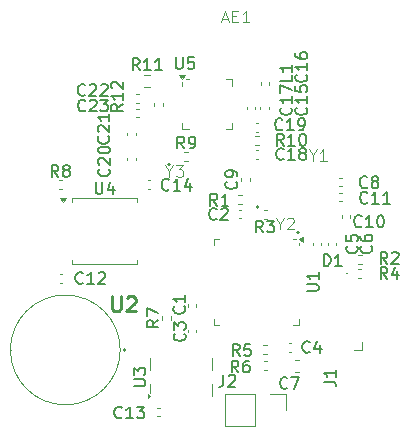
<source format=gbr>
%TF.GenerationSoftware,KiCad,Pcbnew,9.0.0*%
%TF.CreationDate,2025-04-02T00:09:28-04:00*%
%TF.ProjectId,IngestibleCapsule-Board_whole,496e6765-7374-4696-926c-654361707375,rev?*%
%TF.SameCoordinates,Original*%
%TF.FileFunction,Legend,Top*%
%TF.FilePolarity,Positive*%
%FSLAX46Y46*%
G04 Gerber Fmt 4.6, Leading zero omitted, Abs format (unit mm)*
G04 Created by KiCad (PCBNEW 9.0.0) date 2025-04-02 00:09:28*
%MOMM*%
%LPD*%
G01*
G04 APERTURE LIST*
%ADD10C,0.150000*%
%ADD11C,0.100000*%
%ADD12C,0.254000*%
%ADD13C,0.120000*%
%ADD14C,0.200000*%
G04 APERTURE END LIST*
D10*
X63354819Y-91926666D02*
X62878628Y-92259999D01*
X63354819Y-92498094D02*
X62354819Y-92498094D01*
X62354819Y-92498094D02*
X62354819Y-92117142D01*
X62354819Y-92117142D02*
X62402438Y-92021904D01*
X62402438Y-92021904D02*
X62450057Y-91974285D01*
X62450057Y-91974285D02*
X62545295Y-91926666D01*
X62545295Y-91926666D02*
X62688152Y-91926666D01*
X62688152Y-91926666D02*
X62783390Y-91974285D01*
X62783390Y-91974285D02*
X62831009Y-92021904D01*
X62831009Y-92021904D02*
X62878628Y-92117142D01*
X62878628Y-92117142D02*
X62878628Y-92498094D01*
X62354819Y-91593332D02*
X62354819Y-90926666D01*
X62354819Y-90926666D02*
X63354819Y-91355237D01*
X68866666Y-96554819D02*
X68866666Y-97269104D01*
X68866666Y-97269104D02*
X68819047Y-97411961D01*
X68819047Y-97411961D02*
X68723809Y-97507200D01*
X68723809Y-97507200D02*
X68580952Y-97554819D01*
X68580952Y-97554819D02*
X68485714Y-97554819D01*
X69295238Y-96650057D02*
X69342857Y-96602438D01*
X69342857Y-96602438D02*
X69438095Y-96554819D01*
X69438095Y-96554819D02*
X69676190Y-96554819D01*
X69676190Y-96554819D02*
X69771428Y-96602438D01*
X69771428Y-96602438D02*
X69819047Y-96650057D01*
X69819047Y-96650057D02*
X69866666Y-96745295D01*
X69866666Y-96745295D02*
X69866666Y-96840533D01*
X69866666Y-96840533D02*
X69819047Y-96983390D01*
X69819047Y-96983390D02*
X69247619Y-97554819D01*
X69247619Y-97554819D02*
X69866666Y-97554819D01*
X75859580Y-71142857D02*
X75907200Y-71190476D01*
X75907200Y-71190476D02*
X75954819Y-71333333D01*
X75954819Y-71333333D02*
X75954819Y-71428571D01*
X75954819Y-71428571D02*
X75907200Y-71571428D01*
X75907200Y-71571428D02*
X75811961Y-71666666D01*
X75811961Y-71666666D02*
X75716723Y-71714285D01*
X75716723Y-71714285D02*
X75526247Y-71761904D01*
X75526247Y-71761904D02*
X75383390Y-71761904D01*
X75383390Y-71761904D02*
X75192914Y-71714285D01*
X75192914Y-71714285D02*
X75097676Y-71666666D01*
X75097676Y-71666666D02*
X75002438Y-71571428D01*
X75002438Y-71571428D02*
X74954819Y-71428571D01*
X74954819Y-71428571D02*
X74954819Y-71333333D01*
X74954819Y-71333333D02*
X75002438Y-71190476D01*
X75002438Y-71190476D02*
X75050057Y-71142857D01*
X75954819Y-70190476D02*
X75954819Y-70761904D01*
X75954819Y-70476190D02*
X74954819Y-70476190D01*
X74954819Y-70476190D02*
X75097676Y-70571428D01*
X75097676Y-70571428D02*
X75192914Y-70666666D01*
X75192914Y-70666666D02*
X75240533Y-70761904D01*
X74954819Y-69333333D02*
X74954819Y-69523809D01*
X74954819Y-69523809D02*
X75002438Y-69619047D01*
X75002438Y-69619047D02*
X75050057Y-69666666D01*
X75050057Y-69666666D02*
X75192914Y-69761904D01*
X75192914Y-69761904D02*
X75383390Y-69809523D01*
X75383390Y-69809523D02*
X75764342Y-69809523D01*
X75764342Y-69809523D02*
X75859580Y-69761904D01*
X75859580Y-69761904D02*
X75907200Y-69714285D01*
X75907200Y-69714285D02*
X75954819Y-69619047D01*
X75954819Y-69619047D02*
X75954819Y-69428571D01*
X75954819Y-69428571D02*
X75907200Y-69333333D01*
X75907200Y-69333333D02*
X75859580Y-69285714D01*
X75859580Y-69285714D02*
X75764342Y-69238095D01*
X75764342Y-69238095D02*
X75526247Y-69238095D01*
X75526247Y-69238095D02*
X75431009Y-69285714D01*
X75431009Y-69285714D02*
X75383390Y-69333333D01*
X75383390Y-69333333D02*
X75335771Y-69428571D01*
X75335771Y-69428571D02*
X75335771Y-69619047D01*
X75335771Y-69619047D02*
X75383390Y-69714285D01*
X75383390Y-69714285D02*
X75431009Y-69761904D01*
X75431009Y-69761904D02*
X75526247Y-69809523D01*
X73957142Y-77154819D02*
X73623809Y-76678628D01*
X73385714Y-77154819D02*
X73385714Y-76154819D01*
X73385714Y-76154819D02*
X73766666Y-76154819D01*
X73766666Y-76154819D02*
X73861904Y-76202438D01*
X73861904Y-76202438D02*
X73909523Y-76250057D01*
X73909523Y-76250057D02*
X73957142Y-76345295D01*
X73957142Y-76345295D02*
X73957142Y-76488152D01*
X73957142Y-76488152D02*
X73909523Y-76583390D01*
X73909523Y-76583390D02*
X73861904Y-76631009D01*
X73861904Y-76631009D02*
X73766666Y-76678628D01*
X73766666Y-76678628D02*
X73385714Y-76678628D01*
X74909523Y-77154819D02*
X74338095Y-77154819D01*
X74623809Y-77154819D02*
X74623809Y-76154819D01*
X74623809Y-76154819D02*
X74528571Y-76297676D01*
X74528571Y-76297676D02*
X74433333Y-76392914D01*
X74433333Y-76392914D02*
X74338095Y-76440533D01*
X75528571Y-76154819D02*
X75623809Y-76154819D01*
X75623809Y-76154819D02*
X75719047Y-76202438D01*
X75719047Y-76202438D02*
X75766666Y-76250057D01*
X75766666Y-76250057D02*
X75814285Y-76345295D01*
X75814285Y-76345295D02*
X75861904Y-76535771D01*
X75861904Y-76535771D02*
X75861904Y-76773866D01*
X75861904Y-76773866D02*
X75814285Y-76964342D01*
X75814285Y-76964342D02*
X75766666Y-77059580D01*
X75766666Y-77059580D02*
X75719047Y-77107200D01*
X75719047Y-77107200D02*
X75623809Y-77154819D01*
X75623809Y-77154819D02*
X75528571Y-77154819D01*
X75528571Y-77154819D02*
X75433333Y-77107200D01*
X75433333Y-77107200D02*
X75385714Y-77059580D01*
X75385714Y-77059580D02*
X75338095Y-76964342D01*
X75338095Y-76964342D02*
X75290476Y-76773866D01*
X75290476Y-76773866D02*
X75290476Y-76535771D01*
X75290476Y-76535771D02*
X75338095Y-76345295D01*
X75338095Y-76345295D02*
X75385714Y-76250057D01*
X75385714Y-76250057D02*
X75433333Y-76202438D01*
X75433333Y-76202438D02*
X75528571Y-76154819D01*
X80557142Y-83959580D02*
X80509523Y-84007200D01*
X80509523Y-84007200D02*
X80366666Y-84054819D01*
X80366666Y-84054819D02*
X80271428Y-84054819D01*
X80271428Y-84054819D02*
X80128571Y-84007200D01*
X80128571Y-84007200D02*
X80033333Y-83911961D01*
X80033333Y-83911961D02*
X79985714Y-83816723D01*
X79985714Y-83816723D02*
X79938095Y-83626247D01*
X79938095Y-83626247D02*
X79938095Y-83483390D01*
X79938095Y-83483390D02*
X79985714Y-83292914D01*
X79985714Y-83292914D02*
X80033333Y-83197676D01*
X80033333Y-83197676D02*
X80128571Y-83102438D01*
X80128571Y-83102438D02*
X80271428Y-83054819D01*
X80271428Y-83054819D02*
X80366666Y-83054819D01*
X80366666Y-83054819D02*
X80509523Y-83102438D01*
X80509523Y-83102438D02*
X80557142Y-83150057D01*
X81509523Y-84054819D02*
X80938095Y-84054819D01*
X81223809Y-84054819D02*
X81223809Y-83054819D01*
X81223809Y-83054819D02*
X81128571Y-83197676D01*
X81128571Y-83197676D02*
X81033333Y-83292914D01*
X81033333Y-83292914D02*
X80938095Y-83340533D01*
X82128571Y-83054819D02*
X82223809Y-83054819D01*
X82223809Y-83054819D02*
X82319047Y-83102438D01*
X82319047Y-83102438D02*
X82366666Y-83150057D01*
X82366666Y-83150057D02*
X82414285Y-83245295D01*
X82414285Y-83245295D02*
X82461904Y-83435771D01*
X82461904Y-83435771D02*
X82461904Y-83673866D01*
X82461904Y-83673866D02*
X82414285Y-83864342D01*
X82414285Y-83864342D02*
X82366666Y-83959580D01*
X82366666Y-83959580D02*
X82319047Y-84007200D01*
X82319047Y-84007200D02*
X82223809Y-84054819D01*
X82223809Y-84054819D02*
X82128571Y-84054819D01*
X82128571Y-84054819D02*
X82033333Y-84007200D01*
X82033333Y-84007200D02*
X81985714Y-83959580D01*
X81985714Y-83959580D02*
X81938095Y-83864342D01*
X81938095Y-83864342D02*
X81890476Y-83673866D01*
X81890476Y-83673866D02*
X81890476Y-83435771D01*
X81890476Y-83435771D02*
X81938095Y-83245295D01*
X81938095Y-83245295D02*
X81985714Y-83150057D01*
X81985714Y-83150057D02*
X82033333Y-83102438D01*
X82033333Y-83102438D02*
X82128571Y-83054819D01*
X57165516Y-74157526D02*
X57117897Y-74205146D01*
X57117897Y-74205146D02*
X56975040Y-74252765D01*
X56975040Y-74252765D02*
X56879802Y-74252765D01*
X56879802Y-74252765D02*
X56736945Y-74205146D01*
X56736945Y-74205146D02*
X56641707Y-74109907D01*
X56641707Y-74109907D02*
X56594088Y-74014669D01*
X56594088Y-74014669D02*
X56546469Y-73824193D01*
X56546469Y-73824193D02*
X56546469Y-73681336D01*
X56546469Y-73681336D02*
X56594088Y-73490860D01*
X56594088Y-73490860D02*
X56641707Y-73395622D01*
X56641707Y-73395622D02*
X56736945Y-73300384D01*
X56736945Y-73300384D02*
X56879802Y-73252765D01*
X56879802Y-73252765D02*
X56975040Y-73252765D01*
X56975040Y-73252765D02*
X57117897Y-73300384D01*
X57117897Y-73300384D02*
X57165516Y-73348003D01*
X57546469Y-73348003D02*
X57594088Y-73300384D01*
X57594088Y-73300384D02*
X57689326Y-73252765D01*
X57689326Y-73252765D02*
X57927421Y-73252765D01*
X57927421Y-73252765D02*
X58022659Y-73300384D01*
X58022659Y-73300384D02*
X58070278Y-73348003D01*
X58070278Y-73348003D02*
X58117897Y-73443241D01*
X58117897Y-73443241D02*
X58117897Y-73538479D01*
X58117897Y-73538479D02*
X58070278Y-73681336D01*
X58070278Y-73681336D02*
X57498850Y-74252765D01*
X57498850Y-74252765D02*
X58117897Y-74252765D01*
X58451231Y-73252765D02*
X59070278Y-73252765D01*
X59070278Y-73252765D02*
X58736945Y-73633717D01*
X58736945Y-73633717D02*
X58879802Y-73633717D01*
X58879802Y-73633717D02*
X58975040Y-73681336D01*
X58975040Y-73681336D02*
X59022659Y-73728955D01*
X59022659Y-73728955D02*
X59070278Y-73824193D01*
X59070278Y-73824193D02*
X59070278Y-74062288D01*
X59070278Y-74062288D02*
X59022659Y-74157526D01*
X59022659Y-74157526D02*
X58975040Y-74205146D01*
X58975040Y-74205146D02*
X58879802Y-74252765D01*
X58879802Y-74252765D02*
X58594088Y-74252765D01*
X58594088Y-74252765D02*
X58498850Y-74205146D01*
X58498850Y-74205146D02*
X58451231Y-74157526D01*
X64838095Y-69649709D02*
X64838095Y-70459232D01*
X64838095Y-70459232D02*
X64885714Y-70554470D01*
X64885714Y-70554470D02*
X64933333Y-70602090D01*
X64933333Y-70602090D02*
X65028571Y-70649709D01*
X65028571Y-70649709D02*
X65219047Y-70649709D01*
X65219047Y-70649709D02*
X65314285Y-70602090D01*
X65314285Y-70602090D02*
X65361904Y-70554470D01*
X65361904Y-70554470D02*
X65409523Y-70459232D01*
X65409523Y-70459232D02*
X65409523Y-69649709D01*
X66361904Y-69649709D02*
X65885714Y-69649709D01*
X65885714Y-69649709D02*
X65838095Y-70125899D01*
X65838095Y-70125899D02*
X65885714Y-70078280D01*
X65885714Y-70078280D02*
X65980952Y-70030661D01*
X65980952Y-70030661D02*
X66219047Y-70030661D01*
X66219047Y-70030661D02*
X66314285Y-70078280D01*
X66314285Y-70078280D02*
X66361904Y-70125899D01*
X66361904Y-70125899D02*
X66409523Y-70221137D01*
X66409523Y-70221137D02*
X66409523Y-70459232D01*
X66409523Y-70459232D02*
X66361904Y-70554470D01*
X66361904Y-70554470D02*
X66314285Y-70602090D01*
X66314285Y-70602090D02*
X66219047Y-70649709D01*
X66219047Y-70649709D02*
X65980952Y-70649709D01*
X65980952Y-70649709D02*
X65885714Y-70602090D01*
X65885714Y-70602090D02*
X65838095Y-70554470D01*
X81033333Y-80659580D02*
X80985714Y-80707200D01*
X80985714Y-80707200D02*
X80842857Y-80754819D01*
X80842857Y-80754819D02*
X80747619Y-80754819D01*
X80747619Y-80754819D02*
X80604762Y-80707200D01*
X80604762Y-80707200D02*
X80509524Y-80611961D01*
X80509524Y-80611961D02*
X80461905Y-80516723D01*
X80461905Y-80516723D02*
X80414286Y-80326247D01*
X80414286Y-80326247D02*
X80414286Y-80183390D01*
X80414286Y-80183390D02*
X80461905Y-79992914D01*
X80461905Y-79992914D02*
X80509524Y-79897676D01*
X80509524Y-79897676D02*
X80604762Y-79802438D01*
X80604762Y-79802438D02*
X80747619Y-79754819D01*
X80747619Y-79754819D02*
X80842857Y-79754819D01*
X80842857Y-79754819D02*
X80985714Y-79802438D01*
X80985714Y-79802438D02*
X81033333Y-79850057D01*
X81604762Y-80183390D02*
X81509524Y-80135771D01*
X81509524Y-80135771D02*
X81461905Y-80088152D01*
X81461905Y-80088152D02*
X81414286Y-79992914D01*
X81414286Y-79992914D02*
X81414286Y-79945295D01*
X81414286Y-79945295D02*
X81461905Y-79850057D01*
X81461905Y-79850057D02*
X81509524Y-79802438D01*
X81509524Y-79802438D02*
X81604762Y-79754819D01*
X81604762Y-79754819D02*
X81795238Y-79754819D01*
X81795238Y-79754819D02*
X81890476Y-79802438D01*
X81890476Y-79802438D02*
X81938095Y-79850057D01*
X81938095Y-79850057D02*
X81985714Y-79945295D01*
X81985714Y-79945295D02*
X81985714Y-79992914D01*
X81985714Y-79992914D02*
X81938095Y-80088152D01*
X81938095Y-80088152D02*
X81890476Y-80135771D01*
X81890476Y-80135771D02*
X81795238Y-80183390D01*
X81795238Y-80183390D02*
X81604762Y-80183390D01*
X81604762Y-80183390D02*
X81509524Y-80231009D01*
X81509524Y-80231009D02*
X81461905Y-80278628D01*
X81461905Y-80278628D02*
X81414286Y-80373866D01*
X81414286Y-80373866D02*
X81414286Y-80564342D01*
X81414286Y-80564342D02*
X81461905Y-80659580D01*
X81461905Y-80659580D02*
X81509524Y-80707200D01*
X81509524Y-80707200D02*
X81604762Y-80754819D01*
X81604762Y-80754819D02*
X81795238Y-80754819D01*
X81795238Y-80754819D02*
X81890476Y-80707200D01*
X81890476Y-80707200D02*
X81938095Y-80659580D01*
X81938095Y-80659580D02*
X81985714Y-80564342D01*
X81985714Y-80564342D02*
X81985714Y-80373866D01*
X81985714Y-80373866D02*
X81938095Y-80278628D01*
X81938095Y-80278628D02*
X81890476Y-80231009D01*
X81890476Y-80231009D02*
X81795238Y-80183390D01*
X61254819Y-97511904D02*
X62064342Y-97511904D01*
X62064342Y-97511904D02*
X62159580Y-97464285D01*
X62159580Y-97464285D02*
X62207200Y-97416666D01*
X62207200Y-97416666D02*
X62254819Y-97321428D01*
X62254819Y-97321428D02*
X62254819Y-97130952D01*
X62254819Y-97130952D02*
X62207200Y-97035714D01*
X62207200Y-97035714D02*
X62159580Y-96988095D01*
X62159580Y-96988095D02*
X62064342Y-96940476D01*
X62064342Y-96940476D02*
X61254819Y-96940476D01*
X61254819Y-96559523D02*
X61254819Y-95940476D01*
X61254819Y-95940476D02*
X61635771Y-96273809D01*
X61635771Y-96273809D02*
X61635771Y-96130952D01*
X61635771Y-96130952D02*
X61683390Y-96035714D01*
X61683390Y-96035714D02*
X61731009Y-95988095D01*
X61731009Y-95988095D02*
X61826247Y-95940476D01*
X61826247Y-95940476D02*
X62064342Y-95940476D01*
X62064342Y-95940476D02*
X62159580Y-95988095D01*
X62159580Y-95988095D02*
X62207200Y-96035714D01*
X62207200Y-96035714D02*
X62254819Y-96130952D01*
X62254819Y-96130952D02*
X62254819Y-96416666D01*
X62254819Y-96416666D02*
X62207200Y-96511904D01*
X62207200Y-96511904D02*
X62159580Y-96559523D01*
X70133333Y-96354819D02*
X69800000Y-95878628D01*
X69561905Y-96354819D02*
X69561905Y-95354819D01*
X69561905Y-95354819D02*
X69942857Y-95354819D01*
X69942857Y-95354819D02*
X70038095Y-95402438D01*
X70038095Y-95402438D02*
X70085714Y-95450057D01*
X70085714Y-95450057D02*
X70133333Y-95545295D01*
X70133333Y-95545295D02*
X70133333Y-95688152D01*
X70133333Y-95688152D02*
X70085714Y-95783390D01*
X70085714Y-95783390D02*
X70038095Y-95831009D01*
X70038095Y-95831009D02*
X69942857Y-95878628D01*
X69942857Y-95878628D02*
X69561905Y-95878628D01*
X70990476Y-95354819D02*
X70800000Y-95354819D01*
X70800000Y-95354819D02*
X70704762Y-95402438D01*
X70704762Y-95402438D02*
X70657143Y-95450057D01*
X70657143Y-95450057D02*
X70561905Y-95592914D01*
X70561905Y-95592914D02*
X70514286Y-95783390D01*
X70514286Y-95783390D02*
X70514286Y-96164342D01*
X70514286Y-96164342D02*
X70561905Y-96259580D01*
X70561905Y-96259580D02*
X70609524Y-96307200D01*
X70609524Y-96307200D02*
X70704762Y-96354819D01*
X70704762Y-96354819D02*
X70895238Y-96354819D01*
X70895238Y-96354819D02*
X70990476Y-96307200D01*
X70990476Y-96307200D02*
X71038095Y-96259580D01*
X71038095Y-96259580D02*
X71085714Y-96164342D01*
X71085714Y-96164342D02*
X71085714Y-95926247D01*
X71085714Y-95926247D02*
X71038095Y-95831009D01*
X71038095Y-95831009D02*
X70990476Y-95783390D01*
X70990476Y-95783390D02*
X70895238Y-95735771D01*
X70895238Y-95735771D02*
X70704762Y-95735771D01*
X70704762Y-95735771D02*
X70609524Y-95783390D01*
X70609524Y-95783390D02*
X70561905Y-95831009D01*
X70561905Y-95831009D02*
X70514286Y-95926247D01*
X65526003Y-90766755D02*
X65573623Y-90814374D01*
X65573623Y-90814374D02*
X65621242Y-90957231D01*
X65621242Y-90957231D02*
X65621242Y-91052469D01*
X65621242Y-91052469D02*
X65573623Y-91195326D01*
X65573623Y-91195326D02*
X65478384Y-91290564D01*
X65478384Y-91290564D02*
X65383146Y-91338183D01*
X65383146Y-91338183D02*
X65192670Y-91385802D01*
X65192670Y-91385802D02*
X65049813Y-91385802D01*
X65049813Y-91385802D02*
X64859337Y-91338183D01*
X64859337Y-91338183D02*
X64764099Y-91290564D01*
X64764099Y-91290564D02*
X64668861Y-91195326D01*
X64668861Y-91195326D02*
X64621242Y-91052469D01*
X64621242Y-91052469D02*
X64621242Y-90957231D01*
X64621242Y-90957231D02*
X64668861Y-90814374D01*
X64668861Y-90814374D02*
X64716480Y-90766755D01*
X65621242Y-89814374D02*
X65621242Y-90385802D01*
X65621242Y-90100088D02*
X64621242Y-90100088D01*
X64621242Y-90100088D02*
X64764099Y-90195326D01*
X64764099Y-90195326D02*
X64859337Y-90290564D01*
X64859337Y-90290564D02*
X64906956Y-90385802D01*
X76170833Y-94609580D02*
X76123214Y-94657200D01*
X76123214Y-94657200D02*
X75980357Y-94704819D01*
X75980357Y-94704819D02*
X75885119Y-94704819D01*
X75885119Y-94704819D02*
X75742262Y-94657200D01*
X75742262Y-94657200D02*
X75647024Y-94561961D01*
X75647024Y-94561961D02*
X75599405Y-94466723D01*
X75599405Y-94466723D02*
X75551786Y-94276247D01*
X75551786Y-94276247D02*
X75551786Y-94133390D01*
X75551786Y-94133390D02*
X75599405Y-93942914D01*
X75599405Y-93942914D02*
X75647024Y-93847676D01*
X75647024Y-93847676D02*
X75742262Y-93752438D01*
X75742262Y-93752438D02*
X75885119Y-93704819D01*
X75885119Y-93704819D02*
X75980357Y-93704819D01*
X75980357Y-93704819D02*
X76123214Y-93752438D01*
X76123214Y-93752438D02*
X76170833Y-93800057D01*
X77027976Y-94038152D02*
X77027976Y-94704819D01*
X76789881Y-93657200D02*
X76551786Y-94371485D01*
X76551786Y-94371485D02*
X77170833Y-94371485D01*
X80159580Y-85646666D02*
X80207200Y-85694285D01*
X80207200Y-85694285D02*
X80254819Y-85837142D01*
X80254819Y-85837142D02*
X80254819Y-85932380D01*
X80254819Y-85932380D02*
X80207200Y-86075237D01*
X80207200Y-86075237D02*
X80111961Y-86170475D01*
X80111961Y-86170475D02*
X80016723Y-86218094D01*
X80016723Y-86218094D02*
X79826247Y-86265713D01*
X79826247Y-86265713D02*
X79683390Y-86265713D01*
X79683390Y-86265713D02*
X79492914Y-86218094D01*
X79492914Y-86218094D02*
X79397676Y-86170475D01*
X79397676Y-86170475D02*
X79302438Y-86075237D01*
X79302438Y-86075237D02*
X79254819Y-85932380D01*
X79254819Y-85932380D02*
X79254819Y-85837142D01*
X79254819Y-85837142D02*
X79302438Y-85694285D01*
X79302438Y-85694285D02*
X79350057Y-85646666D01*
X79254819Y-84741904D02*
X79254819Y-85218094D01*
X79254819Y-85218094D02*
X79731009Y-85265713D01*
X79731009Y-85265713D02*
X79683390Y-85218094D01*
X79683390Y-85218094D02*
X79635771Y-85122856D01*
X79635771Y-85122856D02*
X79635771Y-84884761D01*
X79635771Y-84884761D02*
X79683390Y-84789523D01*
X79683390Y-84789523D02*
X79731009Y-84741904D01*
X79731009Y-84741904D02*
X79826247Y-84694285D01*
X79826247Y-84694285D02*
X80064342Y-84694285D01*
X80064342Y-84694285D02*
X80159580Y-84741904D01*
X80159580Y-84741904D02*
X80207200Y-84789523D01*
X80207200Y-84789523D02*
X80254819Y-84884761D01*
X80254819Y-84884761D02*
X80254819Y-85122856D01*
X80254819Y-85122856D02*
X80207200Y-85218094D01*
X80207200Y-85218094D02*
X80159580Y-85265713D01*
X81057142Y-81959580D02*
X81009523Y-82007200D01*
X81009523Y-82007200D02*
X80866666Y-82054819D01*
X80866666Y-82054819D02*
X80771428Y-82054819D01*
X80771428Y-82054819D02*
X80628571Y-82007200D01*
X80628571Y-82007200D02*
X80533333Y-81911961D01*
X80533333Y-81911961D02*
X80485714Y-81816723D01*
X80485714Y-81816723D02*
X80438095Y-81626247D01*
X80438095Y-81626247D02*
X80438095Y-81483390D01*
X80438095Y-81483390D02*
X80485714Y-81292914D01*
X80485714Y-81292914D02*
X80533333Y-81197676D01*
X80533333Y-81197676D02*
X80628571Y-81102438D01*
X80628571Y-81102438D02*
X80771428Y-81054819D01*
X80771428Y-81054819D02*
X80866666Y-81054819D01*
X80866666Y-81054819D02*
X81009523Y-81102438D01*
X81009523Y-81102438D02*
X81057142Y-81150057D01*
X82009523Y-82054819D02*
X81438095Y-82054819D01*
X81723809Y-82054819D02*
X81723809Y-81054819D01*
X81723809Y-81054819D02*
X81628571Y-81197676D01*
X81628571Y-81197676D02*
X81533333Y-81292914D01*
X81533333Y-81292914D02*
X81438095Y-81340533D01*
X82961904Y-82054819D02*
X82390476Y-82054819D01*
X82676190Y-82054819D02*
X82676190Y-81054819D01*
X82676190Y-81054819D02*
X82580952Y-81197676D01*
X82580952Y-81197676D02*
X82485714Y-81292914D01*
X82485714Y-81292914D02*
X82390476Y-81340533D01*
X73857142Y-75759580D02*
X73809523Y-75807200D01*
X73809523Y-75807200D02*
X73666666Y-75854819D01*
X73666666Y-75854819D02*
X73571428Y-75854819D01*
X73571428Y-75854819D02*
X73428571Y-75807200D01*
X73428571Y-75807200D02*
X73333333Y-75711961D01*
X73333333Y-75711961D02*
X73285714Y-75616723D01*
X73285714Y-75616723D02*
X73238095Y-75426247D01*
X73238095Y-75426247D02*
X73238095Y-75283390D01*
X73238095Y-75283390D02*
X73285714Y-75092914D01*
X73285714Y-75092914D02*
X73333333Y-74997676D01*
X73333333Y-74997676D02*
X73428571Y-74902438D01*
X73428571Y-74902438D02*
X73571428Y-74854819D01*
X73571428Y-74854819D02*
X73666666Y-74854819D01*
X73666666Y-74854819D02*
X73809523Y-74902438D01*
X73809523Y-74902438D02*
X73857142Y-74950057D01*
X74809523Y-75854819D02*
X74238095Y-75854819D01*
X74523809Y-75854819D02*
X74523809Y-74854819D01*
X74523809Y-74854819D02*
X74428571Y-74997676D01*
X74428571Y-74997676D02*
X74333333Y-75092914D01*
X74333333Y-75092914D02*
X74238095Y-75140533D01*
X75285714Y-75854819D02*
X75476190Y-75854819D01*
X75476190Y-75854819D02*
X75571428Y-75807200D01*
X75571428Y-75807200D02*
X75619047Y-75759580D01*
X75619047Y-75759580D02*
X75714285Y-75616723D01*
X75714285Y-75616723D02*
X75761904Y-75426247D01*
X75761904Y-75426247D02*
X75761904Y-75045295D01*
X75761904Y-75045295D02*
X75714285Y-74950057D01*
X75714285Y-74950057D02*
X75666666Y-74902438D01*
X75666666Y-74902438D02*
X75571428Y-74854819D01*
X75571428Y-74854819D02*
X75380952Y-74854819D01*
X75380952Y-74854819D02*
X75285714Y-74902438D01*
X75285714Y-74902438D02*
X75238095Y-74950057D01*
X75238095Y-74950057D02*
X75190476Y-75045295D01*
X75190476Y-75045295D02*
X75190476Y-75283390D01*
X75190476Y-75283390D02*
X75238095Y-75378628D01*
X75238095Y-75378628D02*
X75285714Y-75426247D01*
X75285714Y-75426247D02*
X75380952Y-75473866D01*
X75380952Y-75473866D02*
X75571428Y-75473866D01*
X75571428Y-75473866D02*
X75666666Y-75426247D01*
X75666666Y-75426247D02*
X75714285Y-75378628D01*
X75714285Y-75378628D02*
X75761904Y-75283390D01*
D11*
X73647452Y-83766419D02*
X73647452Y-84242610D01*
X73314119Y-83242610D02*
X73647452Y-83766419D01*
X73647452Y-83766419D02*
X73980785Y-83242610D01*
X74266500Y-83337848D02*
X74314119Y-83290229D01*
X74314119Y-83290229D02*
X74409357Y-83242610D01*
X74409357Y-83242610D02*
X74647452Y-83242610D01*
X74647452Y-83242610D02*
X74742690Y-83290229D01*
X74742690Y-83290229D02*
X74790309Y-83337848D01*
X74790309Y-83337848D02*
X74837928Y-83433086D01*
X74837928Y-83433086D02*
X74837928Y-83528324D01*
X74837928Y-83528324D02*
X74790309Y-83671181D01*
X74790309Y-83671181D02*
X74218881Y-84242610D01*
X74218881Y-84242610D02*
X74837928Y-84242610D01*
D10*
X60354819Y-73642857D02*
X59878628Y-73976190D01*
X60354819Y-74214285D02*
X59354819Y-74214285D01*
X59354819Y-74214285D02*
X59354819Y-73833333D01*
X59354819Y-73833333D02*
X59402438Y-73738095D01*
X59402438Y-73738095D02*
X59450057Y-73690476D01*
X59450057Y-73690476D02*
X59545295Y-73642857D01*
X59545295Y-73642857D02*
X59688152Y-73642857D01*
X59688152Y-73642857D02*
X59783390Y-73690476D01*
X59783390Y-73690476D02*
X59831009Y-73738095D01*
X59831009Y-73738095D02*
X59878628Y-73833333D01*
X59878628Y-73833333D02*
X59878628Y-74214285D01*
X60354819Y-72690476D02*
X60354819Y-73261904D01*
X60354819Y-72976190D02*
X59354819Y-72976190D01*
X59354819Y-72976190D02*
X59497676Y-73071428D01*
X59497676Y-73071428D02*
X59592914Y-73166666D01*
X59592914Y-73166666D02*
X59640533Y-73261904D01*
X59450057Y-72309523D02*
X59402438Y-72261904D01*
X59402438Y-72261904D02*
X59354819Y-72166666D01*
X59354819Y-72166666D02*
X59354819Y-71928571D01*
X59354819Y-71928571D02*
X59402438Y-71833333D01*
X59402438Y-71833333D02*
X59450057Y-71785714D01*
X59450057Y-71785714D02*
X59545295Y-71738095D01*
X59545295Y-71738095D02*
X59640533Y-71738095D01*
X59640533Y-71738095D02*
X59783390Y-71785714D01*
X59783390Y-71785714D02*
X60354819Y-72357142D01*
X60354819Y-72357142D02*
X60354819Y-71738095D01*
X54893333Y-79792542D02*
X54560000Y-79316351D01*
X54321905Y-79792542D02*
X54321905Y-78792542D01*
X54321905Y-78792542D02*
X54702857Y-78792542D01*
X54702857Y-78792542D02*
X54798095Y-78840161D01*
X54798095Y-78840161D02*
X54845714Y-78887780D01*
X54845714Y-78887780D02*
X54893333Y-78983018D01*
X54893333Y-78983018D02*
X54893333Y-79125875D01*
X54893333Y-79125875D02*
X54845714Y-79221113D01*
X54845714Y-79221113D02*
X54798095Y-79268732D01*
X54798095Y-79268732D02*
X54702857Y-79316351D01*
X54702857Y-79316351D02*
X54321905Y-79316351D01*
X55464762Y-79221113D02*
X55369524Y-79173494D01*
X55369524Y-79173494D02*
X55321905Y-79125875D01*
X55321905Y-79125875D02*
X55274286Y-79030637D01*
X55274286Y-79030637D02*
X55274286Y-78983018D01*
X55274286Y-78983018D02*
X55321905Y-78887780D01*
X55321905Y-78887780D02*
X55369524Y-78840161D01*
X55369524Y-78840161D02*
X55464762Y-78792542D01*
X55464762Y-78792542D02*
X55655238Y-78792542D01*
X55655238Y-78792542D02*
X55750476Y-78840161D01*
X55750476Y-78840161D02*
X55798095Y-78887780D01*
X55798095Y-78887780D02*
X55845714Y-78983018D01*
X55845714Y-78983018D02*
X55845714Y-79030637D01*
X55845714Y-79030637D02*
X55798095Y-79125875D01*
X55798095Y-79125875D02*
X55750476Y-79173494D01*
X55750476Y-79173494D02*
X55655238Y-79221113D01*
X55655238Y-79221113D02*
X55464762Y-79221113D01*
X55464762Y-79221113D02*
X55369524Y-79268732D01*
X55369524Y-79268732D02*
X55321905Y-79316351D01*
X55321905Y-79316351D02*
X55274286Y-79411589D01*
X55274286Y-79411589D02*
X55274286Y-79602065D01*
X55274286Y-79602065D02*
X55321905Y-79697303D01*
X55321905Y-79697303D02*
X55369524Y-79744923D01*
X55369524Y-79744923D02*
X55464762Y-79792542D01*
X55464762Y-79792542D02*
X55655238Y-79792542D01*
X55655238Y-79792542D02*
X55750476Y-79744923D01*
X55750476Y-79744923D02*
X55798095Y-79697303D01*
X55798095Y-79697303D02*
X55845714Y-79602065D01*
X55845714Y-79602065D02*
X55845714Y-79411589D01*
X55845714Y-79411589D02*
X55798095Y-79316351D01*
X55798095Y-79316351D02*
X55750476Y-79268732D01*
X55750476Y-79268732D02*
X55655238Y-79221113D01*
X74270833Y-97659580D02*
X74223214Y-97707200D01*
X74223214Y-97707200D02*
X74080357Y-97754819D01*
X74080357Y-97754819D02*
X73985119Y-97754819D01*
X73985119Y-97754819D02*
X73842262Y-97707200D01*
X73842262Y-97707200D02*
X73747024Y-97611961D01*
X73747024Y-97611961D02*
X73699405Y-97516723D01*
X73699405Y-97516723D02*
X73651786Y-97326247D01*
X73651786Y-97326247D02*
X73651786Y-97183390D01*
X73651786Y-97183390D02*
X73699405Y-96992914D01*
X73699405Y-96992914D02*
X73747024Y-96897676D01*
X73747024Y-96897676D02*
X73842262Y-96802438D01*
X73842262Y-96802438D02*
X73985119Y-96754819D01*
X73985119Y-96754819D02*
X74080357Y-96754819D01*
X74080357Y-96754819D02*
X74223214Y-96802438D01*
X74223214Y-96802438D02*
X74270833Y-96850057D01*
X74604167Y-96754819D02*
X75270833Y-96754819D01*
X75270833Y-96754819D02*
X74842262Y-97754819D01*
D11*
X64285582Y-79314486D02*
X64285582Y-79790677D01*
X63952249Y-78790677D02*
X64285582Y-79314486D01*
X64285582Y-79314486D02*
X64618915Y-78790677D01*
X64857011Y-78790677D02*
X65476058Y-78790677D01*
X65476058Y-78790677D02*
X65142725Y-79171629D01*
X65142725Y-79171629D02*
X65285582Y-79171629D01*
X65285582Y-79171629D02*
X65380820Y-79219248D01*
X65380820Y-79219248D02*
X65428439Y-79266867D01*
X65428439Y-79266867D02*
X65476058Y-79362105D01*
X65476058Y-79362105D02*
X65476058Y-79600200D01*
X65476058Y-79600200D02*
X65428439Y-79695438D01*
X65428439Y-79695438D02*
X65380820Y-79743058D01*
X65380820Y-79743058D02*
X65285582Y-79790677D01*
X65285582Y-79790677D02*
X64999868Y-79790677D01*
X64999868Y-79790677D02*
X64904630Y-79743058D01*
X64904630Y-79743058D02*
X64857011Y-79695438D01*
D10*
X59119580Y-76362857D02*
X59167200Y-76410476D01*
X59167200Y-76410476D02*
X59214819Y-76553333D01*
X59214819Y-76553333D02*
X59214819Y-76648571D01*
X59214819Y-76648571D02*
X59167200Y-76791428D01*
X59167200Y-76791428D02*
X59071961Y-76886666D01*
X59071961Y-76886666D02*
X58976723Y-76934285D01*
X58976723Y-76934285D02*
X58786247Y-76981904D01*
X58786247Y-76981904D02*
X58643390Y-76981904D01*
X58643390Y-76981904D02*
X58452914Y-76934285D01*
X58452914Y-76934285D02*
X58357676Y-76886666D01*
X58357676Y-76886666D02*
X58262438Y-76791428D01*
X58262438Y-76791428D02*
X58214819Y-76648571D01*
X58214819Y-76648571D02*
X58214819Y-76553333D01*
X58214819Y-76553333D02*
X58262438Y-76410476D01*
X58262438Y-76410476D02*
X58310057Y-76362857D01*
X58310057Y-75981904D02*
X58262438Y-75934285D01*
X58262438Y-75934285D02*
X58214819Y-75839047D01*
X58214819Y-75839047D02*
X58214819Y-75600952D01*
X58214819Y-75600952D02*
X58262438Y-75505714D01*
X58262438Y-75505714D02*
X58310057Y-75458095D01*
X58310057Y-75458095D02*
X58405295Y-75410476D01*
X58405295Y-75410476D02*
X58500533Y-75410476D01*
X58500533Y-75410476D02*
X58643390Y-75458095D01*
X58643390Y-75458095D02*
X59214819Y-76029523D01*
X59214819Y-76029523D02*
X59214819Y-75410476D01*
X59214819Y-74458095D02*
X59214819Y-75029523D01*
X59214819Y-74743809D02*
X58214819Y-74743809D01*
X58214819Y-74743809D02*
X58357676Y-74839047D01*
X58357676Y-74839047D02*
X58452914Y-74934285D01*
X58452914Y-74934285D02*
X58500533Y-75029523D01*
X75922319Y-89461904D02*
X76731842Y-89461904D01*
X76731842Y-89461904D02*
X76827080Y-89414285D01*
X76827080Y-89414285D02*
X76874700Y-89366666D01*
X76874700Y-89366666D02*
X76922319Y-89271428D01*
X76922319Y-89271428D02*
X76922319Y-89080952D01*
X76922319Y-89080952D02*
X76874700Y-88985714D01*
X76874700Y-88985714D02*
X76827080Y-88938095D01*
X76827080Y-88938095D02*
X76731842Y-88890476D01*
X76731842Y-88890476D02*
X75922319Y-88890476D01*
X76922319Y-87890476D02*
X76922319Y-88461904D01*
X76922319Y-88176190D02*
X75922319Y-88176190D01*
X75922319Y-88176190D02*
X76065176Y-88271428D01*
X76065176Y-88271428D02*
X76160414Y-88366666D01*
X76160414Y-88366666D02*
X76208033Y-88461904D01*
X75859580Y-73942857D02*
X75907200Y-73990476D01*
X75907200Y-73990476D02*
X75954819Y-74133333D01*
X75954819Y-74133333D02*
X75954819Y-74228571D01*
X75954819Y-74228571D02*
X75907200Y-74371428D01*
X75907200Y-74371428D02*
X75811961Y-74466666D01*
X75811961Y-74466666D02*
X75716723Y-74514285D01*
X75716723Y-74514285D02*
X75526247Y-74561904D01*
X75526247Y-74561904D02*
X75383390Y-74561904D01*
X75383390Y-74561904D02*
X75192914Y-74514285D01*
X75192914Y-74514285D02*
X75097676Y-74466666D01*
X75097676Y-74466666D02*
X75002438Y-74371428D01*
X75002438Y-74371428D02*
X74954819Y-74228571D01*
X74954819Y-74228571D02*
X74954819Y-74133333D01*
X74954819Y-74133333D02*
X75002438Y-73990476D01*
X75002438Y-73990476D02*
X75050057Y-73942857D01*
X75954819Y-72990476D02*
X75954819Y-73561904D01*
X75954819Y-73276190D02*
X74954819Y-73276190D01*
X74954819Y-73276190D02*
X75097676Y-73371428D01*
X75097676Y-73371428D02*
X75192914Y-73466666D01*
X75192914Y-73466666D02*
X75240533Y-73561904D01*
X74954819Y-72085714D02*
X74954819Y-72561904D01*
X74954819Y-72561904D02*
X75431009Y-72609523D01*
X75431009Y-72609523D02*
X75383390Y-72561904D01*
X75383390Y-72561904D02*
X75335771Y-72466666D01*
X75335771Y-72466666D02*
X75335771Y-72228571D01*
X75335771Y-72228571D02*
X75383390Y-72133333D01*
X75383390Y-72133333D02*
X75431009Y-72085714D01*
X75431009Y-72085714D02*
X75526247Y-72038095D01*
X75526247Y-72038095D02*
X75764342Y-72038095D01*
X75764342Y-72038095D02*
X75859580Y-72085714D01*
X75859580Y-72085714D02*
X75907200Y-72133333D01*
X75907200Y-72133333D02*
X75954819Y-72228571D01*
X75954819Y-72228571D02*
X75954819Y-72466666D01*
X75954819Y-72466666D02*
X75907200Y-72561904D01*
X75907200Y-72561904D02*
X75859580Y-72609523D01*
X69937080Y-80196666D02*
X69984700Y-80244285D01*
X69984700Y-80244285D02*
X70032319Y-80387142D01*
X70032319Y-80387142D02*
X70032319Y-80482380D01*
X70032319Y-80482380D02*
X69984700Y-80625237D01*
X69984700Y-80625237D02*
X69889461Y-80720475D01*
X69889461Y-80720475D02*
X69794223Y-80768094D01*
X69794223Y-80768094D02*
X69603747Y-80815713D01*
X69603747Y-80815713D02*
X69460890Y-80815713D01*
X69460890Y-80815713D02*
X69270414Y-80768094D01*
X69270414Y-80768094D02*
X69175176Y-80720475D01*
X69175176Y-80720475D02*
X69079938Y-80625237D01*
X69079938Y-80625237D02*
X69032319Y-80482380D01*
X69032319Y-80482380D02*
X69032319Y-80387142D01*
X69032319Y-80387142D02*
X69079938Y-80244285D01*
X69079938Y-80244285D02*
X69127557Y-80196666D01*
X70032319Y-79720475D02*
X70032319Y-79529999D01*
X70032319Y-79529999D02*
X69984700Y-79434761D01*
X69984700Y-79434761D02*
X69937080Y-79387142D01*
X69937080Y-79387142D02*
X69794223Y-79291904D01*
X69794223Y-79291904D02*
X69603747Y-79244285D01*
X69603747Y-79244285D02*
X69222795Y-79244285D01*
X69222795Y-79244285D02*
X69127557Y-79291904D01*
X69127557Y-79291904D02*
X69079938Y-79339523D01*
X69079938Y-79339523D02*
X69032319Y-79434761D01*
X69032319Y-79434761D02*
X69032319Y-79625237D01*
X69032319Y-79625237D02*
X69079938Y-79720475D01*
X69079938Y-79720475D02*
X69127557Y-79768094D01*
X69127557Y-79768094D02*
X69222795Y-79815713D01*
X69222795Y-79815713D02*
X69460890Y-79815713D01*
X69460890Y-79815713D02*
X69556128Y-79768094D01*
X69556128Y-79768094D02*
X69603747Y-79720475D01*
X69603747Y-79720475D02*
X69651366Y-79625237D01*
X69651366Y-79625237D02*
X69651366Y-79434761D01*
X69651366Y-79434761D02*
X69603747Y-79339523D01*
X69603747Y-79339523D02*
X69556128Y-79291904D01*
X69556128Y-79291904D02*
X69460890Y-79244285D01*
D11*
X68722361Y-66433326D02*
X69198551Y-66433326D01*
X68627123Y-66719041D02*
X68960456Y-65719041D01*
X68960456Y-65719041D02*
X69293789Y-66719041D01*
X69627123Y-66195231D02*
X69960456Y-66195231D01*
X70103313Y-66719041D02*
X69627123Y-66719041D01*
X69627123Y-66719041D02*
X69627123Y-65719041D01*
X69627123Y-65719041D02*
X70103313Y-65719041D01*
X71055694Y-66719041D02*
X70484266Y-66719041D01*
X70769980Y-66719041D02*
X70769980Y-65719041D01*
X70769980Y-65719041D02*
X70674742Y-65861898D01*
X70674742Y-65861898D02*
X70579504Y-65957136D01*
X70579504Y-65957136D02*
X70484266Y-66004755D01*
D10*
X74654819Y-71166666D02*
X74654819Y-71642856D01*
X74654819Y-71642856D02*
X73654819Y-71642856D01*
X74654819Y-70309523D02*
X74654819Y-70880951D01*
X74654819Y-70595237D02*
X73654819Y-70595237D01*
X73654819Y-70595237D02*
X73797676Y-70690475D01*
X73797676Y-70690475D02*
X73892914Y-70785713D01*
X73892914Y-70785713D02*
X73940533Y-70880951D01*
X72213651Y-84494181D02*
X71880318Y-84017990D01*
X71642223Y-84494181D02*
X71642223Y-83494181D01*
X71642223Y-83494181D02*
X72023175Y-83494181D01*
X72023175Y-83494181D02*
X72118413Y-83541800D01*
X72118413Y-83541800D02*
X72166032Y-83589419D01*
X72166032Y-83589419D02*
X72213651Y-83684657D01*
X72213651Y-83684657D02*
X72213651Y-83827514D01*
X72213651Y-83827514D02*
X72166032Y-83922752D01*
X72166032Y-83922752D02*
X72118413Y-83970371D01*
X72118413Y-83970371D02*
X72023175Y-84017990D01*
X72023175Y-84017990D02*
X71642223Y-84017990D01*
X72546985Y-83494181D02*
X73166032Y-83494181D01*
X73166032Y-83494181D02*
X72832699Y-83875133D01*
X72832699Y-83875133D02*
X72975556Y-83875133D01*
X72975556Y-83875133D02*
X73070794Y-83922752D01*
X73070794Y-83922752D02*
X73118413Y-83970371D01*
X73118413Y-83970371D02*
X73166032Y-84065609D01*
X73166032Y-84065609D02*
X73166032Y-84303704D01*
X73166032Y-84303704D02*
X73118413Y-84398942D01*
X73118413Y-84398942D02*
X73070794Y-84446562D01*
X73070794Y-84446562D02*
X72975556Y-84494181D01*
X72975556Y-84494181D02*
X72689842Y-84494181D01*
X72689842Y-84494181D02*
X72594604Y-84446562D01*
X72594604Y-84446562D02*
X72546985Y-84398942D01*
X59159580Y-79142857D02*
X59207200Y-79190476D01*
X59207200Y-79190476D02*
X59254819Y-79333333D01*
X59254819Y-79333333D02*
X59254819Y-79428571D01*
X59254819Y-79428571D02*
X59207200Y-79571428D01*
X59207200Y-79571428D02*
X59111961Y-79666666D01*
X59111961Y-79666666D02*
X59016723Y-79714285D01*
X59016723Y-79714285D02*
X58826247Y-79761904D01*
X58826247Y-79761904D02*
X58683390Y-79761904D01*
X58683390Y-79761904D02*
X58492914Y-79714285D01*
X58492914Y-79714285D02*
X58397676Y-79666666D01*
X58397676Y-79666666D02*
X58302438Y-79571428D01*
X58302438Y-79571428D02*
X58254819Y-79428571D01*
X58254819Y-79428571D02*
X58254819Y-79333333D01*
X58254819Y-79333333D02*
X58302438Y-79190476D01*
X58302438Y-79190476D02*
X58350057Y-79142857D01*
X58350057Y-78761904D02*
X58302438Y-78714285D01*
X58302438Y-78714285D02*
X58254819Y-78619047D01*
X58254819Y-78619047D02*
X58254819Y-78380952D01*
X58254819Y-78380952D02*
X58302438Y-78285714D01*
X58302438Y-78285714D02*
X58350057Y-78238095D01*
X58350057Y-78238095D02*
X58445295Y-78190476D01*
X58445295Y-78190476D02*
X58540533Y-78190476D01*
X58540533Y-78190476D02*
X58683390Y-78238095D01*
X58683390Y-78238095D02*
X59254819Y-78809523D01*
X59254819Y-78809523D02*
X59254819Y-78190476D01*
X58254819Y-77571428D02*
X58254819Y-77476190D01*
X58254819Y-77476190D02*
X58302438Y-77380952D01*
X58302438Y-77380952D02*
X58350057Y-77333333D01*
X58350057Y-77333333D02*
X58445295Y-77285714D01*
X58445295Y-77285714D02*
X58635771Y-77238095D01*
X58635771Y-77238095D02*
X58873866Y-77238095D01*
X58873866Y-77238095D02*
X59064342Y-77285714D01*
X59064342Y-77285714D02*
X59159580Y-77333333D01*
X59159580Y-77333333D02*
X59207200Y-77380952D01*
X59207200Y-77380952D02*
X59254819Y-77476190D01*
X59254819Y-77476190D02*
X59254819Y-77571428D01*
X59254819Y-77571428D02*
X59207200Y-77666666D01*
X59207200Y-77666666D02*
X59159580Y-77714285D01*
X59159580Y-77714285D02*
X59064342Y-77761904D01*
X59064342Y-77761904D02*
X58873866Y-77809523D01*
X58873866Y-77809523D02*
X58635771Y-77809523D01*
X58635771Y-77809523D02*
X58445295Y-77761904D01*
X58445295Y-77761904D02*
X58350057Y-77714285D01*
X58350057Y-77714285D02*
X58302438Y-77666666D01*
X58302438Y-77666666D02*
X58254819Y-77571428D01*
X82733333Y-88454819D02*
X82400000Y-87978628D01*
X82161905Y-88454819D02*
X82161905Y-87454819D01*
X82161905Y-87454819D02*
X82542857Y-87454819D01*
X82542857Y-87454819D02*
X82638095Y-87502438D01*
X82638095Y-87502438D02*
X82685714Y-87550057D01*
X82685714Y-87550057D02*
X82733333Y-87645295D01*
X82733333Y-87645295D02*
X82733333Y-87788152D01*
X82733333Y-87788152D02*
X82685714Y-87883390D01*
X82685714Y-87883390D02*
X82638095Y-87931009D01*
X82638095Y-87931009D02*
X82542857Y-87978628D01*
X82542857Y-87978628D02*
X82161905Y-87978628D01*
X83590476Y-87788152D02*
X83590476Y-88454819D01*
X83352381Y-87407200D02*
X83114286Y-88121485D01*
X83114286Y-88121485D02*
X83733333Y-88121485D01*
X61757142Y-70769209D02*
X61423809Y-70293018D01*
X61185714Y-70769209D02*
X61185714Y-69769209D01*
X61185714Y-69769209D02*
X61566666Y-69769209D01*
X61566666Y-69769209D02*
X61661904Y-69816828D01*
X61661904Y-69816828D02*
X61709523Y-69864447D01*
X61709523Y-69864447D02*
X61757142Y-69959685D01*
X61757142Y-69959685D02*
X61757142Y-70102542D01*
X61757142Y-70102542D02*
X61709523Y-70197780D01*
X61709523Y-70197780D02*
X61661904Y-70245399D01*
X61661904Y-70245399D02*
X61566666Y-70293018D01*
X61566666Y-70293018D02*
X61185714Y-70293018D01*
X62709523Y-70769209D02*
X62138095Y-70769209D01*
X62423809Y-70769209D02*
X62423809Y-69769209D01*
X62423809Y-69769209D02*
X62328571Y-69912066D01*
X62328571Y-69912066D02*
X62233333Y-70007304D01*
X62233333Y-70007304D02*
X62138095Y-70054923D01*
X63661904Y-70769209D02*
X63090476Y-70769209D01*
X63376190Y-70769209D02*
X63376190Y-69769209D01*
X63376190Y-69769209D02*
X63280952Y-69912066D01*
X63280952Y-69912066D02*
X63185714Y-70007304D01*
X63185714Y-70007304D02*
X63090476Y-70054923D01*
D12*
X59432380Y-89904318D02*
X59432380Y-90932413D01*
X59432380Y-90932413D02*
X59492857Y-91053365D01*
X59492857Y-91053365D02*
X59553333Y-91113842D01*
X59553333Y-91113842D02*
X59674285Y-91174318D01*
X59674285Y-91174318D02*
X59916190Y-91174318D01*
X59916190Y-91174318D02*
X60037142Y-91113842D01*
X60037142Y-91113842D02*
X60097619Y-91053365D01*
X60097619Y-91053365D02*
X60158095Y-90932413D01*
X60158095Y-90932413D02*
X60158095Y-89904318D01*
X60702380Y-90025270D02*
X60762856Y-89964794D01*
X60762856Y-89964794D02*
X60883809Y-89904318D01*
X60883809Y-89904318D02*
X61186190Y-89904318D01*
X61186190Y-89904318D02*
X61307142Y-89964794D01*
X61307142Y-89964794D02*
X61367618Y-90025270D01*
X61367618Y-90025270D02*
X61428095Y-90146222D01*
X61428095Y-90146222D02*
X61428095Y-90267175D01*
X61428095Y-90267175D02*
X61367618Y-90448603D01*
X61367618Y-90448603D02*
X60641904Y-91174318D01*
X60641904Y-91174318D02*
X61428095Y-91174318D01*
D10*
X60257142Y-100159580D02*
X60209523Y-100207200D01*
X60209523Y-100207200D02*
X60066666Y-100254819D01*
X60066666Y-100254819D02*
X59971428Y-100254819D01*
X59971428Y-100254819D02*
X59828571Y-100207200D01*
X59828571Y-100207200D02*
X59733333Y-100111961D01*
X59733333Y-100111961D02*
X59685714Y-100016723D01*
X59685714Y-100016723D02*
X59638095Y-99826247D01*
X59638095Y-99826247D02*
X59638095Y-99683390D01*
X59638095Y-99683390D02*
X59685714Y-99492914D01*
X59685714Y-99492914D02*
X59733333Y-99397676D01*
X59733333Y-99397676D02*
X59828571Y-99302438D01*
X59828571Y-99302438D02*
X59971428Y-99254819D01*
X59971428Y-99254819D02*
X60066666Y-99254819D01*
X60066666Y-99254819D02*
X60209523Y-99302438D01*
X60209523Y-99302438D02*
X60257142Y-99350057D01*
X61209523Y-100254819D02*
X60638095Y-100254819D01*
X60923809Y-100254819D02*
X60923809Y-99254819D01*
X60923809Y-99254819D02*
X60828571Y-99397676D01*
X60828571Y-99397676D02*
X60733333Y-99492914D01*
X60733333Y-99492914D02*
X60638095Y-99540533D01*
X61542857Y-99254819D02*
X62161904Y-99254819D01*
X62161904Y-99254819D02*
X61828571Y-99635771D01*
X61828571Y-99635771D02*
X61971428Y-99635771D01*
X61971428Y-99635771D02*
X62066666Y-99683390D01*
X62066666Y-99683390D02*
X62114285Y-99731009D01*
X62114285Y-99731009D02*
X62161904Y-99826247D01*
X62161904Y-99826247D02*
X62161904Y-100064342D01*
X62161904Y-100064342D02*
X62114285Y-100159580D01*
X62114285Y-100159580D02*
X62066666Y-100207200D01*
X62066666Y-100207200D02*
X61971428Y-100254819D01*
X61971428Y-100254819D02*
X61685714Y-100254819D01*
X61685714Y-100254819D02*
X61590476Y-100207200D01*
X61590476Y-100207200D02*
X61542857Y-100159580D01*
X82733333Y-87154819D02*
X82400000Y-86678628D01*
X82161905Y-87154819D02*
X82161905Y-86154819D01*
X82161905Y-86154819D02*
X82542857Y-86154819D01*
X82542857Y-86154819D02*
X82638095Y-86202438D01*
X82638095Y-86202438D02*
X82685714Y-86250057D01*
X82685714Y-86250057D02*
X82733333Y-86345295D01*
X82733333Y-86345295D02*
X82733333Y-86488152D01*
X82733333Y-86488152D02*
X82685714Y-86583390D01*
X82685714Y-86583390D02*
X82638095Y-86631009D01*
X82638095Y-86631009D02*
X82542857Y-86678628D01*
X82542857Y-86678628D02*
X82161905Y-86678628D01*
X83114286Y-86250057D02*
X83161905Y-86202438D01*
X83161905Y-86202438D02*
X83257143Y-86154819D01*
X83257143Y-86154819D02*
X83495238Y-86154819D01*
X83495238Y-86154819D02*
X83590476Y-86202438D01*
X83590476Y-86202438D02*
X83638095Y-86250057D01*
X83638095Y-86250057D02*
X83685714Y-86345295D01*
X83685714Y-86345295D02*
X83685714Y-86440533D01*
X83685714Y-86440533D02*
X83638095Y-86583390D01*
X83638095Y-86583390D02*
X83066667Y-87154819D01*
X83066667Y-87154819D02*
X83685714Y-87154819D01*
X68329913Y-82237414D02*
X67996580Y-81761223D01*
X67758485Y-82237414D02*
X67758485Y-81237414D01*
X67758485Y-81237414D02*
X68139437Y-81237414D01*
X68139437Y-81237414D02*
X68234675Y-81285033D01*
X68234675Y-81285033D02*
X68282294Y-81332652D01*
X68282294Y-81332652D02*
X68329913Y-81427890D01*
X68329913Y-81427890D02*
X68329913Y-81570747D01*
X68329913Y-81570747D02*
X68282294Y-81665985D01*
X68282294Y-81665985D02*
X68234675Y-81713604D01*
X68234675Y-81713604D02*
X68139437Y-81761223D01*
X68139437Y-81761223D02*
X67758485Y-81761223D01*
X69282294Y-82237414D02*
X68710866Y-82237414D01*
X68996580Y-82237414D02*
X68996580Y-81237414D01*
X68996580Y-81237414D02*
X68901342Y-81380271D01*
X68901342Y-81380271D02*
X68806104Y-81475509D01*
X68806104Y-81475509D02*
X68710866Y-81523128D01*
X56957142Y-88759580D02*
X56909523Y-88807200D01*
X56909523Y-88807200D02*
X56766666Y-88854819D01*
X56766666Y-88854819D02*
X56671428Y-88854819D01*
X56671428Y-88854819D02*
X56528571Y-88807200D01*
X56528571Y-88807200D02*
X56433333Y-88711961D01*
X56433333Y-88711961D02*
X56385714Y-88616723D01*
X56385714Y-88616723D02*
X56338095Y-88426247D01*
X56338095Y-88426247D02*
X56338095Y-88283390D01*
X56338095Y-88283390D02*
X56385714Y-88092914D01*
X56385714Y-88092914D02*
X56433333Y-87997676D01*
X56433333Y-87997676D02*
X56528571Y-87902438D01*
X56528571Y-87902438D02*
X56671428Y-87854819D01*
X56671428Y-87854819D02*
X56766666Y-87854819D01*
X56766666Y-87854819D02*
X56909523Y-87902438D01*
X56909523Y-87902438D02*
X56957142Y-87950057D01*
X57909523Y-88854819D02*
X57338095Y-88854819D01*
X57623809Y-88854819D02*
X57623809Y-87854819D01*
X57623809Y-87854819D02*
X57528571Y-87997676D01*
X57528571Y-87997676D02*
X57433333Y-88092914D01*
X57433333Y-88092914D02*
X57338095Y-88140533D01*
X58290476Y-87950057D02*
X58338095Y-87902438D01*
X58338095Y-87902438D02*
X58433333Y-87854819D01*
X58433333Y-87854819D02*
X58671428Y-87854819D01*
X58671428Y-87854819D02*
X58766666Y-87902438D01*
X58766666Y-87902438D02*
X58814285Y-87950057D01*
X58814285Y-87950057D02*
X58861904Y-88045295D01*
X58861904Y-88045295D02*
X58861904Y-88140533D01*
X58861904Y-88140533D02*
X58814285Y-88283390D01*
X58814285Y-88283390D02*
X58242857Y-88854819D01*
X58242857Y-88854819D02*
X58861904Y-88854819D01*
X74559580Y-73942857D02*
X74607200Y-73990476D01*
X74607200Y-73990476D02*
X74654819Y-74133333D01*
X74654819Y-74133333D02*
X74654819Y-74228571D01*
X74654819Y-74228571D02*
X74607200Y-74371428D01*
X74607200Y-74371428D02*
X74511961Y-74466666D01*
X74511961Y-74466666D02*
X74416723Y-74514285D01*
X74416723Y-74514285D02*
X74226247Y-74561904D01*
X74226247Y-74561904D02*
X74083390Y-74561904D01*
X74083390Y-74561904D02*
X73892914Y-74514285D01*
X73892914Y-74514285D02*
X73797676Y-74466666D01*
X73797676Y-74466666D02*
X73702438Y-74371428D01*
X73702438Y-74371428D02*
X73654819Y-74228571D01*
X73654819Y-74228571D02*
X73654819Y-74133333D01*
X73654819Y-74133333D02*
X73702438Y-73990476D01*
X73702438Y-73990476D02*
X73750057Y-73942857D01*
X74654819Y-72990476D02*
X74654819Y-73561904D01*
X74654819Y-73276190D02*
X73654819Y-73276190D01*
X73654819Y-73276190D02*
X73797676Y-73371428D01*
X73797676Y-73371428D02*
X73892914Y-73466666D01*
X73892914Y-73466666D02*
X73940533Y-73561904D01*
X73654819Y-72657142D02*
X73654819Y-71990476D01*
X73654819Y-71990476D02*
X74654819Y-72419047D01*
X68277430Y-83342722D02*
X68229811Y-83390342D01*
X68229811Y-83390342D02*
X68086954Y-83437961D01*
X68086954Y-83437961D02*
X67991716Y-83437961D01*
X67991716Y-83437961D02*
X67848859Y-83390342D01*
X67848859Y-83390342D02*
X67753621Y-83295103D01*
X67753621Y-83295103D02*
X67706002Y-83199865D01*
X67706002Y-83199865D02*
X67658383Y-83009389D01*
X67658383Y-83009389D02*
X67658383Y-82866532D01*
X67658383Y-82866532D02*
X67706002Y-82676056D01*
X67706002Y-82676056D02*
X67753621Y-82580818D01*
X67753621Y-82580818D02*
X67848859Y-82485580D01*
X67848859Y-82485580D02*
X67991716Y-82437961D01*
X67991716Y-82437961D02*
X68086954Y-82437961D01*
X68086954Y-82437961D02*
X68229811Y-82485580D01*
X68229811Y-82485580D02*
X68277430Y-82533199D01*
X68658383Y-82533199D02*
X68706002Y-82485580D01*
X68706002Y-82485580D02*
X68801240Y-82437961D01*
X68801240Y-82437961D02*
X69039335Y-82437961D01*
X69039335Y-82437961D02*
X69134573Y-82485580D01*
X69134573Y-82485580D02*
X69182192Y-82533199D01*
X69182192Y-82533199D02*
X69229811Y-82628437D01*
X69229811Y-82628437D02*
X69229811Y-82723675D01*
X69229811Y-82723675D02*
X69182192Y-82866532D01*
X69182192Y-82866532D02*
X68610764Y-83437961D01*
X68610764Y-83437961D02*
X69229811Y-83437961D01*
X77361905Y-87354819D02*
X77361905Y-86354819D01*
X77361905Y-86354819D02*
X77600000Y-86354819D01*
X77600000Y-86354819D02*
X77742857Y-86402438D01*
X77742857Y-86402438D02*
X77838095Y-86497676D01*
X77838095Y-86497676D02*
X77885714Y-86592914D01*
X77885714Y-86592914D02*
X77933333Y-86783390D01*
X77933333Y-86783390D02*
X77933333Y-86926247D01*
X77933333Y-86926247D02*
X77885714Y-87116723D01*
X77885714Y-87116723D02*
X77838095Y-87211961D01*
X77838095Y-87211961D02*
X77742857Y-87307200D01*
X77742857Y-87307200D02*
X77600000Y-87354819D01*
X77600000Y-87354819D02*
X77361905Y-87354819D01*
X78885714Y-87354819D02*
X78314286Y-87354819D01*
X78600000Y-87354819D02*
X78600000Y-86354819D01*
X78600000Y-86354819D02*
X78504762Y-86497676D01*
X78504762Y-86497676D02*
X78409524Y-86592914D01*
X78409524Y-86592914D02*
X78314286Y-86640533D01*
X57157142Y-72859580D02*
X57109523Y-72907200D01*
X57109523Y-72907200D02*
X56966666Y-72954819D01*
X56966666Y-72954819D02*
X56871428Y-72954819D01*
X56871428Y-72954819D02*
X56728571Y-72907200D01*
X56728571Y-72907200D02*
X56633333Y-72811961D01*
X56633333Y-72811961D02*
X56585714Y-72716723D01*
X56585714Y-72716723D02*
X56538095Y-72526247D01*
X56538095Y-72526247D02*
X56538095Y-72383390D01*
X56538095Y-72383390D02*
X56585714Y-72192914D01*
X56585714Y-72192914D02*
X56633333Y-72097676D01*
X56633333Y-72097676D02*
X56728571Y-72002438D01*
X56728571Y-72002438D02*
X56871428Y-71954819D01*
X56871428Y-71954819D02*
X56966666Y-71954819D01*
X56966666Y-71954819D02*
X57109523Y-72002438D01*
X57109523Y-72002438D02*
X57157142Y-72050057D01*
X57538095Y-72050057D02*
X57585714Y-72002438D01*
X57585714Y-72002438D02*
X57680952Y-71954819D01*
X57680952Y-71954819D02*
X57919047Y-71954819D01*
X57919047Y-71954819D02*
X58014285Y-72002438D01*
X58014285Y-72002438D02*
X58061904Y-72050057D01*
X58061904Y-72050057D02*
X58109523Y-72145295D01*
X58109523Y-72145295D02*
X58109523Y-72240533D01*
X58109523Y-72240533D02*
X58061904Y-72383390D01*
X58061904Y-72383390D02*
X57490476Y-72954819D01*
X57490476Y-72954819D02*
X58109523Y-72954819D01*
X58490476Y-72050057D02*
X58538095Y-72002438D01*
X58538095Y-72002438D02*
X58633333Y-71954819D01*
X58633333Y-71954819D02*
X58871428Y-71954819D01*
X58871428Y-71954819D02*
X58966666Y-72002438D01*
X58966666Y-72002438D02*
X59014285Y-72050057D01*
X59014285Y-72050057D02*
X59061904Y-72145295D01*
X59061904Y-72145295D02*
X59061904Y-72240533D01*
X59061904Y-72240533D02*
X59014285Y-72383390D01*
X59014285Y-72383390D02*
X58442857Y-72954819D01*
X58442857Y-72954819D02*
X59061904Y-72954819D01*
X65533333Y-77384819D02*
X65200000Y-76908628D01*
X64961905Y-77384819D02*
X64961905Y-76384819D01*
X64961905Y-76384819D02*
X65342857Y-76384819D01*
X65342857Y-76384819D02*
X65438095Y-76432438D01*
X65438095Y-76432438D02*
X65485714Y-76480057D01*
X65485714Y-76480057D02*
X65533333Y-76575295D01*
X65533333Y-76575295D02*
X65533333Y-76718152D01*
X65533333Y-76718152D02*
X65485714Y-76813390D01*
X65485714Y-76813390D02*
X65438095Y-76861009D01*
X65438095Y-76861009D02*
X65342857Y-76908628D01*
X65342857Y-76908628D02*
X64961905Y-76908628D01*
X66009524Y-77384819D02*
X66200000Y-77384819D01*
X66200000Y-77384819D02*
X66295238Y-77337200D01*
X66295238Y-77337200D02*
X66342857Y-77289580D01*
X66342857Y-77289580D02*
X66438095Y-77146723D01*
X66438095Y-77146723D02*
X66485714Y-76956247D01*
X66485714Y-76956247D02*
X66485714Y-76575295D01*
X66485714Y-76575295D02*
X66438095Y-76480057D01*
X66438095Y-76480057D02*
X66390476Y-76432438D01*
X66390476Y-76432438D02*
X66295238Y-76384819D01*
X66295238Y-76384819D02*
X66104762Y-76384819D01*
X66104762Y-76384819D02*
X66009524Y-76432438D01*
X66009524Y-76432438D02*
X65961905Y-76480057D01*
X65961905Y-76480057D02*
X65914286Y-76575295D01*
X65914286Y-76575295D02*
X65914286Y-76813390D01*
X65914286Y-76813390D02*
X65961905Y-76908628D01*
X65961905Y-76908628D02*
X66009524Y-76956247D01*
X66009524Y-76956247D02*
X66104762Y-77003866D01*
X66104762Y-77003866D02*
X66295238Y-77003866D01*
X66295238Y-77003866D02*
X66390476Y-76956247D01*
X66390476Y-76956247D02*
X66438095Y-76908628D01*
X66438095Y-76908628D02*
X66485714Y-76813390D01*
X64257142Y-80859580D02*
X64209523Y-80907200D01*
X64209523Y-80907200D02*
X64066666Y-80954819D01*
X64066666Y-80954819D02*
X63971428Y-80954819D01*
X63971428Y-80954819D02*
X63828571Y-80907200D01*
X63828571Y-80907200D02*
X63733333Y-80811961D01*
X63733333Y-80811961D02*
X63685714Y-80716723D01*
X63685714Y-80716723D02*
X63638095Y-80526247D01*
X63638095Y-80526247D02*
X63638095Y-80383390D01*
X63638095Y-80383390D02*
X63685714Y-80192914D01*
X63685714Y-80192914D02*
X63733333Y-80097676D01*
X63733333Y-80097676D02*
X63828571Y-80002438D01*
X63828571Y-80002438D02*
X63971428Y-79954819D01*
X63971428Y-79954819D02*
X64066666Y-79954819D01*
X64066666Y-79954819D02*
X64209523Y-80002438D01*
X64209523Y-80002438D02*
X64257142Y-80050057D01*
X65209523Y-80954819D02*
X64638095Y-80954819D01*
X64923809Y-80954819D02*
X64923809Y-79954819D01*
X64923809Y-79954819D02*
X64828571Y-80097676D01*
X64828571Y-80097676D02*
X64733333Y-80192914D01*
X64733333Y-80192914D02*
X64638095Y-80240533D01*
X66066666Y-80288152D02*
X66066666Y-80954819D01*
X65828571Y-79907200D02*
X65590476Y-80621485D01*
X65590476Y-80621485D02*
X66209523Y-80621485D01*
X77354819Y-97133333D02*
X78069104Y-97133333D01*
X78069104Y-97133333D02*
X78211961Y-97180952D01*
X78211961Y-97180952D02*
X78307200Y-97276190D01*
X78307200Y-97276190D02*
X78354819Y-97419047D01*
X78354819Y-97419047D02*
X78354819Y-97514285D01*
X78354819Y-96133333D02*
X78354819Y-96704761D01*
X78354819Y-96419047D02*
X77354819Y-96419047D01*
X77354819Y-96419047D02*
X77497676Y-96514285D01*
X77497676Y-96514285D02*
X77592914Y-96609523D01*
X77592914Y-96609523D02*
X77640533Y-96704761D01*
X58050595Y-80239819D02*
X58050595Y-81049342D01*
X58050595Y-81049342D02*
X58098214Y-81144580D01*
X58098214Y-81144580D02*
X58145833Y-81192200D01*
X58145833Y-81192200D02*
X58241071Y-81239819D01*
X58241071Y-81239819D02*
X58431547Y-81239819D01*
X58431547Y-81239819D02*
X58526785Y-81192200D01*
X58526785Y-81192200D02*
X58574404Y-81144580D01*
X58574404Y-81144580D02*
X58622023Y-81049342D01*
X58622023Y-81049342D02*
X58622023Y-80239819D01*
X59526785Y-80573152D02*
X59526785Y-81239819D01*
X59288690Y-80192200D02*
X59050595Y-80906485D01*
X59050595Y-80906485D02*
X59669642Y-80906485D01*
D11*
X76423809Y-77981228D02*
X76423809Y-78457419D01*
X76090476Y-77457419D02*
X76423809Y-77981228D01*
X76423809Y-77981228D02*
X76757142Y-77457419D01*
X77614285Y-78457419D02*
X77042857Y-78457419D01*
X77328571Y-78457419D02*
X77328571Y-77457419D01*
X77328571Y-77457419D02*
X77233333Y-77600276D01*
X77233333Y-77600276D02*
X77138095Y-77695514D01*
X77138095Y-77695514D02*
X77042857Y-77743133D01*
D10*
X65559580Y-93066666D02*
X65607200Y-93114285D01*
X65607200Y-93114285D02*
X65654819Y-93257142D01*
X65654819Y-93257142D02*
X65654819Y-93352380D01*
X65654819Y-93352380D02*
X65607200Y-93495237D01*
X65607200Y-93495237D02*
X65511961Y-93590475D01*
X65511961Y-93590475D02*
X65416723Y-93638094D01*
X65416723Y-93638094D02*
X65226247Y-93685713D01*
X65226247Y-93685713D02*
X65083390Y-93685713D01*
X65083390Y-93685713D02*
X64892914Y-93638094D01*
X64892914Y-93638094D02*
X64797676Y-93590475D01*
X64797676Y-93590475D02*
X64702438Y-93495237D01*
X64702438Y-93495237D02*
X64654819Y-93352380D01*
X64654819Y-93352380D02*
X64654819Y-93257142D01*
X64654819Y-93257142D02*
X64702438Y-93114285D01*
X64702438Y-93114285D02*
X64750057Y-93066666D01*
X64654819Y-92733332D02*
X64654819Y-92114285D01*
X64654819Y-92114285D02*
X65035771Y-92447618D01*
X65035771Y-92447618D02*
X65035771Y-92304761D01*
X65035771Y-92304761D02*
X65083390Y-92209523D01*
X65083390Y-92209523D02*
X65131009Y-92161904D01*
X65131009Y-92161904D02*
X65226247Y-92114285D01*
X65226247Y-92114285D02*
X65464342Y-92114285D01*
X65464342Y-92114285D02*
X65559580Y-92161904D01*
X65559580Y-92161904D02*
X65607200Y-92209523D01*
X65607200Y-92209523D02*
X65654819Y-92304761D01*
X65654819Y-92304761D02*
X65654819Y-92590475D01*
X65654819Y-92590475D02*
X65607200Y-92685713D01*
X65607200Y-92685713D02*
X65559580Y-92733332D01*
X70233333Y-94954819D02*
X69900000Y-94478628D01*
X69661905Y-94954819D02*
X69661905Y-93954819D01*
X69661905Y-93954819D02*
X70042857Y-93954819D01*
X70042857Y-93954819D02*
X70138095Y-94002438D01*
X70138095Y-94002438D02*
X70185714Y-94050057D01*
X70185714Y-94050057D02*
X70233333Y-94145295D01*
X70233333Y-94145295D02*
X70233333Y-94288152D01*
X70233333Y-94288152D02*
X70185714Y-94383390D01*
X70185714Y-94383390D02*
X70138095Y-94431009D01*
X70138095Y-94431009D02*
X70042857Y-94478628D01*
X70042857Y-94478628D02*
X69661905Y-94478628D01*
X71138095Y-93954819D02*
X70661905Y-93954819D01*
X70661905Y-93954819D02*
X70614286Y-94431009D01*
X70614286Y-94431009D02*
X70661905Y-94383390D01*
X70661905Y-94383390D02*
X70757143Y-94335771D01*
X70757143Y-94335771D02*
X70995238Y-94335771D01*
X70995238Y-94335771D02*
X71090476Y-94383390D01*
X71090476Y-94383390D02*
X71138095Y-94431009D01*
X71138095Y-94431009D02*
X71185714Y-94526247D01*
X71185714Y-94526247D02*
X71185714Y-94764342D01*
X71185714Y-94764342D02*
X71138095Y-94859580D01*
X71138095Y-94859580D02*
X71090476Y-94907200D01*
X71090476Y-94907200D02*
X70995238Y-94954819D01*
X70995238Y-94954819D02*
X70757143Y-94954819D01*
X70757143Y-94954819D02*
X70661905Y-94907200D01*
X70661905Y-94907200D02*
X70614286Y-94859580D01*
X73957142Y-78259580D02*
X73909523Y-78307200D01*
X73909523Y-78307200D02*
X73766666Y-78354819D01*
X73766666Y-78354819D02*
X73671428Y-78354819D01*
X73671428Y-78354819D02*
X73528571Y-78307200D01*
X73528571Y-78307200D02*
X73433333Y-78211961D01*
X73433333Y-78211961D02*
X73385714Y-78116723D01*
X73385714Y-78116723D02*
X73338095Y-77926247D01*
X73338095Y-77926247D02*
X73338095Y-77783390D01*
X73338095Y-77783390D02*
X73385714Y-77592914D01*
X73385714Y-77592914D02*
X73433333Y-77497676D01*
X73433333Y-77497676D02*
X73528571Y-77402438D01*
X73528571Y-77402438D02*
X73671428Y-77354819D01*
X73671428Y-77354819D02*
X73766666Y-77354819D01*
X73766666Y-77354819D02*
X73909523Y-77402438D01*
X73909523Y-77402438D02*
X73957142Y-77450057D01*
X74909523Y-78354819D02*
X74338095Y-78354819D01*
X74623809Y-78354819D02*
X74623809Y-77354819D01*
X74623809Y-77354819D02*
X74528571Y-77497676D01*
X74528571Y-77497676D02*
X74433333Y-77592914D01*
X74433333Y-77592914D02*
X74338095Y-77640533D01*
X75480952Y-77783390D02*
X75385714Y-77735771D01*
X75385714Y-77735771D02*
X75338095Y-77688152D01*
X75338095Y-77688152D02*
X75290476Y-77592914D01*
X75290476Y-77592914D02*
X75290476Y-77545295D01*
X75290476Y-77545295D02*
X75338095Y-77450057D01*
X75338095Y-77450057D02*
X75385714Y-77402438D01*
X75385714Y-77402438D02*
X75480952Y-77354819D01*
X75480952Y-77354819D02*
X75671428Y-77354819D01*
X75671428Y-77354819D02*
X75766666Y-77402438D01*
X75766666Y-77402438D02*
X75814285Y-77450057D01*
X75814285Y-77450057D02*
X75861904Y-77545295D01*
X75861904Y-77545295D02*
X75861904Y-77592914D01*
X75861904Y-77592914D02*
X75814285Y-77688152D01*
X75814285Y-77688152D02*
X75766666Y-77735771D01*
X75766666Y-77735771D02*
X75671428Y-77783390D01*
X75671428Y-77783390D02*
X75480952Y-77783390D01*
X75480952Y-77783390D02*
X75385714Y-77831009D01*
X75385714Y-77831009D02*
X75338095Y-77878628D01*
X75338095Y-77878628D02*
X75290476Y-77973866D01*
X75290476Y-77973866D02*
X75290476Y-78164342D01*
X75290476Y-78164342D02*
X75338095Y-78259580D01*
X75338095Y-78259580D02*
X75385714Y-78307200D01*
X75385714Y-78307200D02*
X75480952Y-78354819D01*
X75480952Y-78354819D02*
X75671428Y-78354819D01*
X75671428Y-78354819D02*
X75766666Y-78307200D01*
X75766666Y-78307200D02*
X75814285Y-78259580D01*
X75814285Y-78259580D02*
X75861904Y-78164342D01*
X75861904Y-78164342D02*
X75861904Y-77973866D01*
X75861904Y-77973866D02*
X75814285Y-77878628D01*
X75814285Y-77878628D02*
X75766666Y-77831009D01*
X75766666Y-77831009D02*
X75671428Y-77783390D01*
X81359580Y-85646666D02*
X81407200Y-85694285D01*
X81407200Y-85694285D02*
X81454819Y-85837142D01*
X81454819Y-85837142D02*
X81454819Y-85932380D01*
X81454819Y-85932380D02*
X81407200Y-86075237D01*
X81407200Y-86075237D02*
X81311961Y-86170475D01*
X81311961Y-86170475D02*
X81216723Y-86218094D01*
X81216723Y-86218094D02*
X81026247Y-86265713D01*
X81026247Y-86265713D02*
X80883390Y-86265713D01*
X80883390Y-86265713D02*
X80692914Y-86218094D01*
X80692914Y-86218094D02*
X80597676Y-86170475D01*
X80597676Y-86170475D02*
X80502438Y-86075237D01*
X80502438Y-86075237D02*
X80454819Y-85932380D01*
X80454819Y-85932380D02*
X80454819Y-85837142D01*
X80454819Y-85837142D02*
X80502438Y-85694285D01*
X80502438Y-85694285D02*
X80550057Y-85646666D01*
X80454819Y-84789523D02*
X80454819Y-84979999D01*
X80454819Y-84979999D02*
X80502438Y-85075237D01*
X80502438Y-85075237D02*
X80550057Y-85122856D01*
X80550057Y-85122856D02*
X80692914Y-85218094D01*
X80692914Y-85218094D02*
X80883390Y-85265713D01*
X80883390Y-85265713D02*
X81264342Y-85265713D01*
X81264342Y-85265713D02*
X81359580Y-85218094D01*
X81359580Y-85218094D02*
X81407200Y-85170475D01*
X81407200Y-85170475D02*
X81454819Y-85075237D01*
X81454819Y-85075237D02*
X81454819Y-84884761D01*
X81454819Y-84884761D02*
X81407200Y-84789523D01*
X81407200Y-84789523D02*
X81359580Y-84741904D01*
X81359580Y-84741904D02*
X81264342Y-84694285D01*
X81264342Y-84694285D02*
X81026247Y-84694285D01*
X81026247Y-84694285D02*
X80931009Y-84741904D01*
X80931009Y-84741904D02*
X80883390Y-84789523D01*
X80883390Y-84789523D02*
X80835771Y-84884761D01*
X80835771Y-84884761D02*
X80835771Y-85075237D01*
X80835771Y-85075237D02*
X80883390Y-85170475D01*
X80883390Y-85170475D02*
X80931009Y-85218094D01*
X80931009Y-85218094D02*
X81026247Y-85265713D01*
D13*
%TO.C,R7*%
X63670000Y-91606359D02*
X63670000Y-91913641D01*
X64430000Y-91606359D02*
X64430000Y-91913641D01*
%TO.C,J2*%
X68955000Y-98220000D02*
X68955000Y-100880000D01*
X71555000Y-98220000D02*
X68955000Y-98220000D01*
X71555000Y-98220000D02*
X71555000Y-100880000D01*
X71555000Y-100880000D02*
X68955000Y-100880000D01*
X72825000Y-98220000D02*
X74155000Y-98220000D01*
X74155000Y-98220000D02*
X74155000Y-99550000D01*
%TO.C,C16*%
X72040000Y-71792164D02*
X72040000Y-72007836D01*
X72760000Y-71792164D02*
X72760000Y-72007836D01*
%TO.C,R10*%
X71863641Y-76320000D02*
X71556359Y-76320000D01*
X71863641Y-77080000D02*
X71556359Y-77080000D01*
%TO.C,C10*%
X78867500Y-83042164D02*
X78867500Y-83257836D01*
X79587500Y-83042164D02*
X79587500Y-83257836D01*
%TO.C,C23*%
X61687836Y-74030000D02*
X61472164Y-74030000D01*
X61687836Y-74750000D02*
X61472164Y-74750000D01*
%TO.C,U5*%
X65374915Y-72080735D02*
X65374915Y-71770735D01*
X65374915Y-75750735D02*
X65374915Y-75200735D01*
X65924915Y-71530735D02*
X65674915Y-71530735D01*
X65924915Y-75750735D02*
X65374915Y-75750735D01*
X69044915Y-71530735D02*
X69594915Y-71530735D01*
X69044915Y-75750735D02*
X69594915Y-75750735D01*
X69594915Y-71530735D02*
X69594915Y-72080735D01*
X69594915Y-75750735D02*
X69594915Y-75200735D01*
X65374915Y-71530735D02*
X65134915Y-71200735D01*
X65614915Y-71200735D01*
X65374915Y-71530735D01*
G36*
X65374915Y-71530735D02*
G01*
X65134915Y-71200735D01*
X65614915Y-71200735D01*
X65374915Y-71530735D01*
G37*
%TO.C,C8*%
X78895336Y-79890000D02*
X78679664Y-79890000D01*
X78895336Y-80610000D02*
X78679664Y-80610000D01*
%TO.C,U3*%
X62640000Y-96190000D02*
X62640000Y-95140000D01*
X62640000Y-97310000D02*
X62640000Y-98060000D01*
X67860000Y-96190000D02*
X67860000Y-95140000D01*
X67860000Y-97310000D02*
X67860000Y-98360000D01*
X62640000Y-98360000D02*
X62450000Y-98500000D01*
X62450000Y-98220000D01*
X62640000Y-98360000D01*
G36*
X62640000Y-98360000D02*
G01*
X62450000Y-98500000D01*
X62450000Y-98220000D01*
X62640000Y-98360000D01*
G37*
%TO.C,R6*%
X72563641Y-95370000D02*
X72256359Y-95370000D01*
X72563641Y-96130000D02*
X72256359Y-96130000D01*
%TO.C,C1*%
X65827500Y-90592164D02*
X65827500Y-90807836D01*
X66547500Y-90592164D02*
X66547500Y-90807836D01*
%TO.C,C4*%
X74612836Y-93890000D02*
X74397164Y-93890000D01*
X74612836Y-94610000D02*
X74397164Y-94610000D01*
%TO.C,C5*%
X76427500Y-85372164D02*
X76427500Y-85587836D01*
X77147500Y-85372164D02*
X77147500Y-85587836D01*
%TO.C,C11*%
X78885336Y-81140000D02*
X78669664Y-81140000D01*
X78885336Y-81860000D02*
X78669664Y-81860000D01*
%TO.C,C19*%
X71582164Y-75240000D02*
X71797836Y-75240000D01*
X71582164Y-75960000D02*
X71797836Y-75960000D01*
D14*
%TO.C,Y2*%
X75257629Y-84516772D02*
G75*
G02*
X75097629Y-84516772I-80000J0D01*
G01*
X75097629Y-84516772D02*
G75*
G02*
X75257629Y-84516772I80000J0D01*
G01*
D13*
%TO.C,R12*%
X63020000Y-73833641D02*
X63020000Y-73526359D01*
X63780000Y-73833641D02*
X63780000Y-73526359D01*
%TO.C,R8*%
X55213641Y-80070000D02*
X54906359Y-80070000D01*
X55213641Y-80830000D02*
X54906359Y-80830000D01*
%TO.C,C7*%
X75240580Y-95290000D02*
X74959420Y-95290000D01*
X75240580Y-96310000D02*
X74959420Y-96310000D01*
D14*
%TO.C,Y3*%
X64318544Y-78729871D02*
G75*
G02*
X64158544Y-78729871I-80000J0D01*
G01*
X64158544Y-78729871D02*
G75*
G02*
X64318544Y-78729871I80000J0D01*
G01*
D13*
%TO.C,C21*%
X60740000Y-76052164D02*
X60740000Y-76267836D01*
X61460000Y-76052164D02*
X61460000Y-76267836D01*
%TO.C,U1*%
X68027500Y-85090000D02*
X68502500Y-85090000D01*
X68027500Y-85565000D02*
X68027500Y-85090000D01*
X68027500Y-91835000D02*
X68027500Y-92310000D01*
X68027500Y-92310000D02*
X68502500Y-92310000D01*
X74772500Y-85090000D02*
X75007500Y-85090000D01*
X75247500Y-85565000D02*
X75247500Y-85390000D01*
X75247500Y-91835000D02*
X75247500Y-92310000D01*
X75247500Y-92310000D02*
X74772500Y-92310000D01*
X75577500Y-85330000D02*
X75247500Y-85090000D01*
X75577500Y-84850000D01*
X75577500Y-85330000D01*
G36*
X75577500Y-85330000D02*
G01*
X75247500Y-85090000D01*
X75577500Y-84850000D01*
X75577500Y-85330000D01*
G37*
%TO.C,C15*%
X71980000Y-73852164D02*
X71980000Y-74067836D01*
X72700000Y-73852164D02*
X72700000Y-74067836D01*
%TO.C,C9*%
X70377500Y-80137836D02*
X70377500Y-79922164D01*
X71097500Y-80137836D02*
X71097500Y-79922164D01*
%TO.C,R3*%
X72273859Y-82570000D02*
X72581141Y-82570000D01*
X72273859Y-83330000D02*
X72581141Y-83330000D01*
%TO.C,C20*%
X60740000Y-78387836D02*
X60740000Y-78172164D01*
X61460000Y-78387836D02*
X61460000Y-78172164D01*
%TO.C,R4*%
X80233859Y-87570000D02*
X80541141Y-87570000D01*
X80233859Y-88330000D02*
X80541141Y-88330000D01*
%TO.C,R11*%
X62637258Y-71157500D02*
X62162742Y-71157500D01*
X62637258Y-72202500D02*
X62162742Y-72202500D01*
D11*
%TO.C,U2*%
X50872500Y-94450000D02*
X50872500Y-94450000D01*
X60072500Y-94450000D02*
X60072500Y-94450000D01*
X60122500Y-94450000D02*
G75*
G02*
X50822500Y-94450000I-4650000J0D01*
G01*
X50822500Y-94450000D02*
G75*
G02*
X60122500Y-94450000I4650000J0D01*
G01*
D14*
X60552500Y-94450000D02*
G75*
G02*
X60392500Y-94450000I-80000J0D01*
G01*
X60392500Y-94450000D02*
G75*
G02*
X60552500Y-94450000I80000J0D01*
G01*
D13*
%TO.C,C13*%
X63262164Y-99340000D02*
X63477836Y-99340000D01*
X63262164Y-100060000D02*
X63477836Y-100060000D01*
%TO.C,R2*%
X80273859Y-86420000D02*
X80581141Y-86420000D01*
X80273859Y-87180000D02*
X80581141Y-87180000D01*
%TO.C,R1*%
X70401141Y-81320000D02*
X70093859Y-81320000D01*
X70401141Y-82080000D02*
X70093859Y-82080000D01*
%TO.C,C12*%
X54992164Y-88040000D02*
X55207836Y-88040000D01*
X54992164Y-88760000D02*
X55207836Y-88760000D01*
%TO.C,C17*%
X70840000Y-73872164D02*
X70840000Y-74087836D01*
X71560000Y-73872164D02*
X71560000Y-74087836D01*
%TO.C,C2*%
X70385336Y-82590000D02*
X70169664Y-82590000D01*
X70385336Y-83310000D02*
X70169664Y-83310000D01*
D11*
%TO.C,D1*%
X79362500Y-87950000D02*
G75*
G02*
X79262500Y-87950000I-50000J0D01*
G01*
X79262500Y-87950000D02*
G75*
G02*
X79362500Y-87950000I50000J0D01*
G01*
D13*
%TO.C,C22*%
X61687836Y-72820000D02*
X61472164Y-72820000D01*
X61687836Y-73540000D02*
X61472164Y-73540000D01*
%TO.C,R9*%
X65546359Y-77720000D02*
X65853641Y-77720000D01*
X65546359Y-78480000D02*
X65853641Y-78480000D01*
%TO.C,C14*%
X62462164Y-80090000D02*
X62677836Y-80090000D01*
X62462164Y-80810000D02*
X62677836Y-80810000D01*
%TO.C,J1*%
X80557500Y-93780000D02*
X80557500Y-94415000D01*
X80557500Y-94415000D02*
X79922500Y-94415000D01*
%TO.C,U4*%
X56052500Y-81625000D02*
X56052500Y-81895000D01*
X56052500Y-87145000D02*
X56052500Y-86875000D01*
X58812500Y-81625000D02*
X56052500Y-81625000D01*
X58812500Y-81625000D02*
X61572500Y-81625000D01*
X58812500Y-87145000D02*
X56052500Y-87145000D01*
X58812500Y-87145000D02*
X61572500Y-87145000D01*
X61572500Y-81625000D02*
X61572500Y-81895000D01*
X61572500Y-87145000D02*
X61572500Y-86875000D01*
X55287500Y-81895000D02*
X55047500Y-81565000D01*
X55527500Y-81565000D01*
X55287500Y-81895000D01*
G36*
X55287500Y-81895000D02*
G01*
X55047500Y-81565000D01*
X55527500Y-81565000D01*
X55287500Y-81895000D01*
G37*
D14*
%TO.C,Y1*%
X71824903Y-82342247D02*
G75*
G02*
X71664903Y-82342247I-80000J0D01*
G01*
X71664903Y-82342247D02*
G75*
G02*
X71824903Y-82342247I80000J0D01*
G01*
D13*
%TO.C,C3*%
X65827500Y-92722164D02*
X65827500Y-92937836D01*
X66547500Y-92722164D02*
X66547500Y-92937836D01*
%TO.C,R5*%
X72543641Y-94070000D02*
X72236359Y-94070000D01*
X72543641Y-94830000D02*
X72236359Y-94830000D01*
%TO.C,C18*%
X71602164Y-77540000D02*
X71817836Y-77540000D01*
X71602164Y-78260000D02*
X71817836Y-78260000D01*
%TO.C,C6*%
X77677500Y-85372164D02*
X77677500Y-85587836D01*
X78397500Y-85372164D02*
X78397500Y-85587836D01*
%TD*%
M02*

</source>
